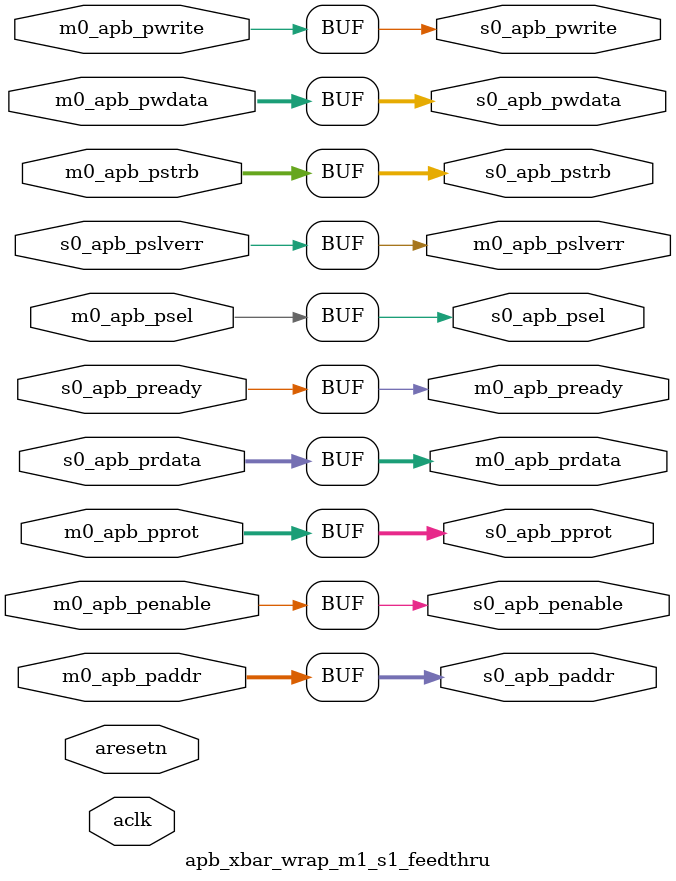
<source format=sv>

`timescale 1ns / 1ps

module apb_xbar_wrap_m1_s1_feedthru #(
    parameter int M = 1,
    parameter int S = 1,
    parameter int ADDR_WIDTH = 32,
    parameter int DATA_WIDTH = 32,
    parameter int STRB_WIDTH = 32/8,
    parameter int DW  = DATA_WIDTH,
    parameter int AW  = ADDR_WIDTH,
    parameter int SW  = STRB_WIDTH
) (
    input  logic                 aclk,
    input  logic                 aresetn,

    input  logic                 m0_apb_psel,
    input  logic                 m0_apb_penable,
    input  logic                 m0_apb_pwrite,
    input  logic [2:0]           m0_apb_pprot,
    input  logic [AW-1:0]        m0_apb_paddr,
    input  logic [DW-1:0]        m0_apb_pwdata,
    input  logic [SW-1:0]        m0_apb_pstrb,
    output logic                 m0_apb_pready,
    output logic [DW-1:0]        m0_apb_prdata,
    output logic                 m0_apb_pslverr,

    output logic                 s0_apb_psel,
    output logic                 s0_apb_penable,
    output logic                 s0_apb_pwrite,
    output logic [2:0]           s0_apb_pprot,
    output logic [AW-1:0]        s0_apb_paddr,
    output logic [DW-1:0]        s0_apb_pwdata,
    output logic [SW-1:0]        s0_apb_pstrb,
    input  logic                 s0_apb_pready,
    input  logic [DW-1:0]        s0_apb_prdata,
    input  logic                 s0_apb_pslverr
);


    assign s0_apb_psel    = m0_apb_psel;
    assign s0_apb_penable = m0_apb_penable;
    assign s0_apb_pwrite  = m0_apb_pwrite;
    assign s0_apb_pprot   = m0_apb_pprot;
    assign s0_apb_paddr   = m0_apb_paddr;
    assign s0_apb_pwdata  = m0_apb_pwdata;
    assign s0_apb_pstrb   = m0_apb_pstrb;

    assign m0_apb_pready  = s0_apb_pready;
    assign m0_apb_prdata  = s0_apb_prdata;
    assign m0_apb_pslverr = s0_apb_pslverr;

endmodule : apb_xbar_wrap_m1_s1_feedthru

</source>
